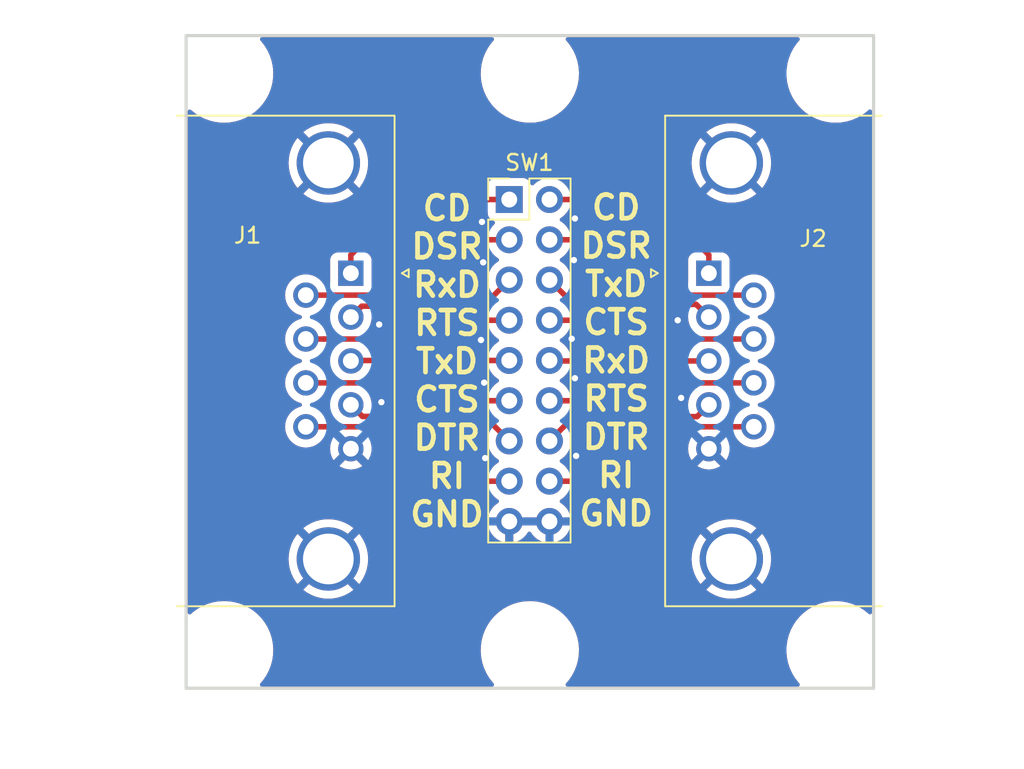
<source format=kicad_pcb>
(kicad_pcb (version 20221018) (generator pcbnew)
  (layers (0 "F.Cu" signal) (31 "B.Cu" signal) (34 "B.Paste" user) (35 "F.Paste" user) (36 "B.SilkS" user "B.Silkscreen") (37 "F.SilkS" user "F.Silkscreen") (38 "B.Mask" user) (39 "F.Mask" user) (44 "Edge.Cuts" user))
  (net 0 "")
  (net 1 "Net-(J1-Pad1)")
  (net 2 "Net-(J1-Pad6)")
  (net 3 "Net-(J1-Pad2)")
  (net 4 "Net-(J1-Pad7)")
  (net 5 "Net-(J1-Pad3)")
  (net 6 "Net-(J1-Pad8)")
  (net 7 "Net-(J1-Pad4)")
  (net 8 "Net-(J1-Pad9)")
  (net 9 "GND")
  (net 10 "Net-(J2-Pad9)")
  (net 11 "Net-(J2-Pad4)")
  (net 12 "Net-(J2-Pad8)")
  (net 13 "Net-(J2-Pad3)")
  (net 14 "Net-(J2-Pad7)")
  (net 15 "Net-(J2-Pad2)")
  (net 16 "Net-(J2-Pad6)")
  (net 17 "Net-(J2-Pad1)")
  (footprint "WiRoc:DSUB-9_Male_Horizontal_P2.77x2.84mm_Edge_Housed_MountingHolesOffset9.96mm_centered_edge_10.92mm" (layer "F.Cu") (at 130 50 -90)
    (fp_text reference "J1" (at -2.3877 6.5179) (layer "F.SilkS"))
    (fp_text value "DB9_Male_MountingHoles")
    (fp_line (start -9.945 -2.76) (end 21.025 -2.76) (stroke (width 0.12)) (layer "F.SilkS"))
    (fp_line (start -9.945 10.98) (end -9.945 -2.76) (stroke (width 0.12)) (layer "F.SilkS"))
    (fp_line (start -0.25 -3.654338) (end 0.25 -3.654338) (stroke (width 0.12)) (layer "F.SilkS"))
    (fp_line (start 0 -3.221325) (end -0.25 -3.654338) (stroke (width 0.12)) (layer "F.SilkS"))
    (fp_line (start 0.25 -3.654338) (end 0 -3.221325) (stroke (width 0.12)) (layer "F.SilkS"))
    (fp_line (start 21.025 -2.76) (end 21.025 10.98) (stroke (width 0.12)) (layer "F.SilkS"))
    (pad "0" thru_hole circle (at -6.96 1.42 270) (size 4 4) (drill 3.2) (layers "*.Cu" "*.Mask") (net 9 "GND"))
    (pad "0" thru_hole circle (at 18.04 1.42 270) (size 4 4) (drill 3.2) (layers "*.Cu" "*.Mask") (net 9 "GND"))
    (pad "1" thru_hole rect (at 0 0 270) (size 1.6 1.6) (drill 1) (layers "*.Cu" "*.Mask") (net 1 "Net-(J1-Pad1)"))
    (pad "2" thru_hole circle (at 2.77 0 270) (size 1.6 1.6) (drill 1) (layers "*.Cu" "*.Mask") (net 3 "Net-(J1-Pad2)"))
    (pad "3" thru_hole circle (at 5.54 0 270) (size 1.6 1.6) (drill 1) (layers "*.Cu" "*.Mask") (net 5 "Net-(J1-Pad3)"))
    (pad "4" thru_hole circle (at 8.31 0 270) (size 1.6 1.6) (drill 1) (layers "*.Cu" "*.Mask") (net 7 "Net-(J1-Pad4)"))
    (pad "5" thru_hole circle (at 11.08 0 270) (size 1.6 1.6) (drill 1) (layers "*.Cu" "*.Mask") (net 9 "GND"))
    (pad "6" thru_hole circle (at 1.385 2.84 270) (size 1.6 1.6) (drill 1) (layers "*.Cu" "*.Mask") (net 2 "Net-(J1-Pad6)"))
    (pad "7" thru_hole circle (at 4.155 2.84 270) (size 1.6 1.6) (drill 1) (layers "*.Cu" "*.Mask") (net 4 "Net-(J1-Pad7)"))
    (pad "8" thru_hole circle (at 6.925 2.84 270) (size 1.6 1.6) (drill 1) (layers "*.Cu" "*.Mask") (net 6 "Net-(J1-Pad8)"))
    (pad "9" thru_hole circle (at 9.695 2.84 270) (size 1.6 1.6) (drill 1) (layers "*.Cu" "*.Mask") (net 8 "Net-(J1-Pad9)"))
  )
  (footprint "WiRoc:DSUB-9_Female_Horizontal_P2.77x2.84mm_Edge_offset6.96mm_centered_Edge8.08mm" (layer "F.Cu") (at 152.6 50 90)
    (fp_text reference "J2" (at 2.1845 6.5818 180) (layer "F.SilkS"))
    (fp_text value "DB9_Female_MountingHoles")
    (fp_line (start -21.025 -2.76) (end 9.945 -2.76) (stroke (width 0.12)) (layer "F.SilkS"))
    (fp_line (start -21.025 10.92) (end -21.025 -2.76) (stroke (width 0.12)) (layer "F.SilkS"))
    (fp_line (start -0.25 -3.654338) (end 0.25 -3.654338) (stroke (width 0.12)) (layer "F.SilkS"))
    (fp_line (start 0 -3.221325) (end -0.25 -3.654338) (stroke (width 0.12)) (layer "F.SilkS"))
    (fp_line (start 0.25 -3.654338) (end 0 -3.221325) (stroke (width 0.12)) (layer "F.SilkS"))
    (fp_line (start 9.945 -2.76) (end 9.945 10.92) (stroke (width 0.12)) (layer "F.SilkS"))
    (pad "0" thru_hole circle (at -18.04 1.42 90) (size 4 4) (drill 3.2) (layers "*.Cu" "*.Mask") (net 9 "GND"))
    (pad "0" thru_hole circle (at 6.96 1.42 90) (size 4 4) (drill 3.2) (layers "*.Cu" "*.Mask") (net 9 "GND"))
    (pad "1" thru_hole rect (at 0 0 90) (size 1.6 1.6) (drill 1) (layers "*.Cu" "*.Mask") (net 17 "Net-(J2-Pad1)"))
    (pad "2" thru_hole circle (at -2.77 0 90) (size 1.6 1.6) (drill 1) (layers "*.Cu" "*.Mask") (net 15 "Net-(J2-Pad2)"))
    (pad "3" thru_hole circle (at -5.54 0 90) (size 1.6 1.6) (drill 1) (layers "*.Cu" "*.Mask") (net 13 "Net-(J2-Pad3)"))
    (pad "4" thru_hole circle (at -8.31 0 90) (size 1.6 1.6) (drill 1) (layers "*.Cu" "*.Mask") (net 11 "Net-(J2-Pad4)"))
    (pad "5" thru_hole circle (at -11.08 0 90) (size 1.6 1.6) (drill 1) (layers "*.Cu" "*.Mask") (net 9 "GND"))
    (pad "6" thru_hole circle (at -1.385 2.84 90) (size 1.6 1.6) (drill 1) (layers "*.Cu" "*.Mask") (net 16 "Net-(J2-Pad6)"))
    (pad "7" thru_hole circle (at -4.155 2.84 90) (size 1.6 1.6) (drill 1) (layers "*.Cu" "*.Mask") (net 14 "Net-(J2-Pad7)"))
    (pad "8" thru_hole circle (at -6.925 2.84 90) (size 1.6 1.6) (drill 1) (layers "*.Cu" "*.Mask") (net 12 "Net-(J2-Pad8)"))
    (pad "9" thru_hole circle (at -9.695 2.84 90) (size 1.6 1.6) (drill 1) (layers "*.Cu" "*.Mask") (net 10 "Net-(J2-Pad9)"))
  )
  (footprint "WiRoc:PinHeader_Serial_Blocker" (layer "F.Cu") (at 140 45.35)
    (fp_text reference "SW1" (at 1.27 -2.33) (layer "F.SilkS"))
    (fp_text value "SW_DIP_x09")
    (fp_line (start -1.33 -1.33) (end 0 -1.33) (stroke (width 0.12)) (layer "F.SilkS"))
    (fp_line (start -1.33 0) (end -1.33 -1.33) (stroke (width 0.12)) (layer "F.SilkS"))
    (fp_line (start -1.33 1.27) (end -1.33 21.65) (stroke (width 0.12)) (layer "F.SilkS"))
    (fp_line (start -1.33 1.27) (end 1.27 1.27) (stroke (width 0.12)) (layer "F.SilkS"))
    (fp_line (start -1.33 21.65) (end 3.87 21.65) (stroke (width 0.12)) (layer "F.SilkS"))
    (fp_line (start 1.27 -1.33) (end 3.87 -1.33) (stroke (width 0.12)) (layer "F.SilkS"))
    (fp_line (start 1.27 1.27) (end 1.27 -1.33) (stroke (width 0.12)) (layer "F.SilkS"))
    (fp_line (start 3.87 -1.33) (end 3.87 21.65) (stroke (width 0.12)) (layer "F.SilkS"))
    (pad "1" thru_hole rect (at 0 0) (size 1.7 1.7) (drill 1) (layers "*.Cu" "*.Mask") (net 1 "Net-(J1-Pad1)"))
    (pad "2" thru_hole oval (at 0 2.54) (size 1.7 1.7) (drill 1) (layers "*.Cu" "*.Mask") (net 2 "Net-(J1-Pad6)"))
    (pad "3" thru_hole oval (at 0 5.08) (size 1.7 1.7) (drill 1) (layers "*.Cu" "*.Mask") (net 3 "Net-(J1-Pad2)"))
    (pad "4" thru_hole oval (at 0 7.62) (size 1.7 1.7) (drill 1) (layers "*.Cu" "*.Mask") (net 4 "Net-(J1-Pad7)"))
    (pad "5" thru_hole oval (at 0 10.16) (size 1.7 1.7) (drill 1) (layers "*.Cu" "*.Mask") (net 5 "Net-(J1-Pad3)"))
    (pad "6" thru_hole oval (at 0 12.7) (size 1.7 1.7) (drill 1) (layers "*.Cu" "*.Mask") (net 6 "Net-(J1-Pad8)"))
    (pad "7" thru_hole oval (at 0 15.24) (size 1.7 1.7) (drill 1) (layers "*.Cu" "*.Mask") (net 7 "Net-(J1-Pad4)"))
    (pad "8" thru_hole oval (at 0 17.78) (size 1.7 1.7) (drill 1) (layers "*.Cu" "*.Mask") (net 8 "Net-(J1-Pad9)"))
    (pad "9" thru_hole oval (at 0 20.32) (size 1.7 1.7) (drill 1) (layers "*.Cu" "*.Mask") (net 9 "GND"))
    (pad "10" thru_hole oval (at 2.54 20.32) (size 1.7 1.7) (drill 1) (layers "*.Cu" "*.Mask") (net 9 "GND"))
    (pad "11" thru_hole oval (at 2.54 17.78) (size 1.7 1.7) (drill 1) (layers "*.Cu" "*.Mask") (net 10 "Net-(J2-Pad9)"))
    (pad "12" thru_hole oval (at 2.54 15.24) (size 1.7 1.7) (drill 1) (layers "*.Cu" "*.Mask") (net 11 "Net-(J2-Pad4)"))
    (pad "13" thru_hole oval (at 2.54 12.7) (size 1.7 1.7) (drill 1) (layers "*.Cu" "*.Mask") (net 12 "Net-(J2-Pad8)"))
    (pad "14" thru_hole oval (at 2.54 10.16) (size 1.7 1.7) (drill 1) (layers "*.Cu" "*.Mask") (net 13 "Net-(J2-Pad3)"))
    (pad "15" thru_hole oval (at 2.54 7.62) (size 1.7 1.7) (drill 1) (layers "*.Cu" "*.Mask") (net 14 "Net-(J2-Pad7)"))
    (pad "16" thru_hole oval (at 2.54 5.08) (size 1.7 1.7) (drill 1) (layers "*.Cu" "*.Mask") (net 15 "Net-(J2-Pad2)"))
    (pad "17" thru_hole oval (at 2.54 2.54) (size 1.7 1.7) (drill 1) (layers "*.Cu" "*.Mask") (net 16 "Net-(J2-Pad6)"))
    (pad "18" thru_hole oval (at 2.54 0) (size 1.7 1.7) (drill 1) (layers "*.Cu" "*.Mask") (net 17 "Net-(J2-Pad1)"))
  )
  (footprint "MountingHole:MountingHole_2.2mm_M2" (layer "F.Cu") (at 122 37.4)
    (fp_text reference "REF**" hide)
    (fp_text value "MountingHole_2.2mm_M2")
    (pad "" np_thru_hole circle (at 0 0) (size 2.2 2.2) (drill 2.2) (layers "*.Cu" "*.Mask"))
  )
  (footprint "MountingHole:MountingHole_2.2mm_M2" (layer "F.Cu") (at 160.6 37.4)
    (fp_text reference "REF**" hide)
    (fp_text value "MountingHole_2.2mm_M2")
    (pad "" np_thru_hole circle locked (at 0 0) (size 2.2 2.2) (drill 2.2) (layers "*.Cu" "*.Mask"))
  )
  (footprint "MountingHole:MountingHole_2.2mm_M2" (layer "F.Cu") (at 160.6 73.8)
    (fp_text reference "REF**" hide)
    (fp_text value "MountingHole_2.2mm_M2")
    (pad "" np_thru_hole circle locked (at 0 0) (size 2.2 2.2) (drill 2.2) (layers "*.Cu" "*.Mask"))
  )
  (footprint "MountingHole:MountingHole_2.2mm_M2" (layer "F.Cu") (at 122 73.8)
    (fp_text reference "REF**" hide)
    (fp_text value "MountingHole_2.2mm_M2")
    (pad "" np_thru_hole circle locked (at 0 0) (size 2.2 2.2) (drill 2.2) (layers "*.Cu" "*.Mask"))
  )
  (footprint "MountingHole:MountingHole_2.2mm_M2" (layer "F.Cu") (at 141.3 73.8)
    (fp_text reference "REF**" hide)
    (fp_text value "MountingHole_2.2mm_M2")
    (pad "" np_thru_hole circle locked (at 0 0) (size 2.2 2.2) (drill 2.2) (layers "*.Cu" "*.Mask"))
  )
  (footprint "MountingHole:MountingHole_2.2mm_M2" (layer "F.Cu") (at 141.3 37.4)
    (fp_text reference "REF**" hide)
    (fp_text value "MountingHole_2.2mm_M2")
    (pad "" np_thru_hole circle (at 0 0) (size 2.2 2.2) (drill 2.2) (layers "*.Cu" "*.Mask"))
  )
  (gr_line (start 163 76.2) (end 119.6 76.2) (stroke (width 0.2)) (layer "Edge.Cuts"))
  (gr_line (start 163 35) (end 163 76.2) (stroke (width 0.2)) (layer "Edge.Cuts"))
  (gr_line (start 119.6 35) (end 163 35) (stroke (width 0.2)) (layer "Edge.Cuts"))
  (gr_line (start 119.6 76.2) (end 119.6 35) (stroke (width 0.2)) (layer "Edge.Cuts"))
  (gr_text "CD\nDSR\nTxD\nCTS\nRxD\nRTS\nDTR\nRI\nGND" (at 146.7485 55.5117) (layer "F.SilkS") (effects (font (size 1.5 1.5) (thickness 0.3))))
  (gr_text "CD\nDSR\nRxD\nRTS\nTxD\nCTS\nDTR\nRI\nGND" (at 136.0678 55.5625) (layer "F.SilkS") (effects (font (size 1.5 1.5) (thickness 0.3))))
  (segment (start 133.5 45.35) (end 130 48.85) (width 0.35) (layer "F.Cu") (net 1))
  (segment (start 130 48.85) (end 130 50) (width 0.35) (layer "F.Cu") (net 1))
  (segment (start 140 45.35) (end 133.5 45.35) (width 0.35) (layer "F.Cu") (net 1))
  (segment (start 132.4602 51.385) (end 127.16 51.385) (width 0.35) (layer "F.Cu") (net 2))
  (segment (start 135.9552 47.89) (end 132.4602 51.385) (width 0.35) (layer "F.Cu") (net 2))
  (segment (start 140 47.89) (end 135.9552 47.89) (width 0.35) (layer "F.Cu") (net 2))
  (segment (start 130.6873 52.0827) (end 130 52.77) (width 0.35) (layer "F.Cu") (net 3))
  (segment (start 138.3473 52.0827) (end 130.6873 52.0827) (width 0.35) (layer "F.Cu") (net 3))
  (segment (start 140 50.43) (end 138.3473 52.0827) (width 0.35) (layer "F.Cu") (net 3))
  (segment (start 140 52.97) (end 138.0507 52.97) (width 0.35) (layer "F.Cu") (net 4))
  (segment (start 138.0507 52.97) (end 136.8657 54.155) (width 0.35) (layer "F.Cu") (net 4))
  (segment (start 136.8657 54.155) (end 128.29137 54.155) (width 0.35) (layer "F.Cu") (net 4))
  (segment (start 128.29137 54.155) (end 127.16 54.155) (width 0.35) (layer "F.Cu") (net 4))
  (segment (start 130.03 55.51) (end 130 55.54) (width 0.35) (layer "F.Cu") (net 5))
  (segment (start 140 55.51) (end 130.03 55.51) (width 0.35) (layer "F.Cu") (net 5))
  (segment (start 140 58.05) (end 137.7679 58.05) (width 0.35) (layer "F.Cu") (net 6))
  (segment (start 137.7679 58.05) (end 136.6429 56.925) (width 0.35) (layer "F.Cu") (net 6))
  (segment (start 136.6429 56.925) (end 127.16 56.925) (width 0.35) (layer "F.Cu") (net 6))
  (segment (start 130.7323 59.0423) (end 130 58.31) (width 0.35) (layer "F.Cu") (net 7))
  (segment (start 138.4523 59.0423) (end 130.7323 59.0423) (width 0.35) (layer "F.Cu") (net 7))
  (segment (start 140 60.59) (end 138.4523 59.0423) (width 0.35) (layer "F.Cu") (net 7))
  (segment (start 134.9739 63.13) (end 131.5389 59.695) (width 0.35) (layer "F.Cu") (net 8))
  (segment (start 131.5389 59.695) (end 128.29137 59.695) (width 0.35) (layer "F.Cu") (net 8))
  (segment (start 128.29137 59.695) (end 127.16 59.695) (width 0.35) (layer "F.Cu") (net 8))
  (segment (start 140 63.13) (end 134.9739 63.13) (width 0.35) (layer "F.Cu") (net 8))
  (via (at 144.0815 49.1744) (size 0.8) (drill 0.4) (layers "F.Cu" "B.Cu") (net 9))
  (via (at 138.3538 49.3141) (size 0.8) (drill 0.4) (layers "F.Cu" "B.Cu") (net 9))
  (via (at 150.6347 52.9717) (size 0.8) (drill 0.4) (layers "F.Cu" "B.Cu") (net 9))
  (via (at 131.9276 58.1406) (size 0.8) (drill 0.4) (layers "F.Cu" "B.Cu") (net 9))
  (via (at 144.145 46.5455) (size 0.8) (drill 0.4) (layers "F.Cu" "B.Cu") (net 9))
  (via (at 150.8506 57.8739) (size 0.8) (drill 0.4) (layers "F.Cu" "B.Cu") (net 9))
  (via (at 144.2212 61.5315) (size 0.8) (drill 0.4) (layers "F.Cu" "B.Cu") (net 9))
  (via (at 143.9418 54.1401) (size 0.8) (drill 0.4) (layers "F.Cu" "B.Cu") (net 9))
  (via (at 138.2141 54.2163) (size 0.8) (drill 0.4) (layers "F.Cu" "B.Cu") (net 9))
  (via (at 138.4808 61.6712) (size 0.8) (drill 0.4) (layers "F.Cu" "B.Cu") (net 9))
  (via (at 138.2776 46.7614) (size 0.8) (drill 0.4) (layers "F.Cu" "B.Cu") (net 9))
  (via (at 138.4173 56.9087) (size 0.8) (drill 0.4) (layers "F.Cu" "B.Cu") (net 9))
  (via (at 131.7879 53.2384) (size 0.8) (drill 0.4) (layers "F.Cu" "B.Cu") (net 9))
  (via (at 144.145 56.6293) (size 0.8) (drill 0.4) (layers "F.Cu" "B.Cu") (net 9))
  (segment (start 150.9218 59.695) (end 147.4868 63.13) (width 0.35) (layer "F.Cu") (net 10))
  (segment (start 147.4868 63.13) (end 142.54 63.13) (width 0.35) (layer "F.Cu") (net 10))
  (segment (start 155.44 59.695) (end 150.9218 59.695) (width 0.35) (layer "F.Cu") (net 10))
  (segment (start 152.6 58.31) (end 151.855 59.055) (width 0.35) (layer "F.Cu") (net 11))
  (segment (start 151.855 59.055) (end 144.075 59.055) (width 0.35) (layer "F.Cu") (net 11))
  (segment (start 144.075 59.055) (end 142.54 60.59) (width 0.35) (layer "F.Cu") (net 11))
  (segment (start 155.44 56.925) (end 145.894 56.925) (width 0.35) (layer "F.Cu") (net 12))
  (segment (start 144.7673 58.0517) (end 142.5417 58.0517) (width 0.35) (layer "F.Cu") (net 12))
  (segment (start 145.894 56.925) (end 144.7673 58.0517) (width 0.35) (layer "F.Cu") (net 12))
  (segment (start 142.5417 58.0517) (end 142.54 58.05) (width 0.35) (layer "F.Cu") (net 12))
  (segment (start 142.57 55.54) (end 142.54 55.51) (width 0.35) (layer "F.Cu") (net 13))
  (segment (start 152.6 55.54) (end 142.57 55.54) (width 0.35) (layer "F.Cu") (net 13))
  (segment (start 154.30863 54.155) (end 155.44 54.155) (width 0.35) (layer "F.Cu") (net 14))
  (segment (start 145.9506 54.155) (end 154.30863 54.155) (width 0.35) (layer "F.Cu") (net 14))
  (segment (start 142.54 52.97) (end 144.7656 52.97) (width 0.35) (layer "F.Cu") (net 14))
  (segment (start 144.7656 52.97) (end 145.9506 54.155) (width 0.35) (layer "F.Cu") (net 14))
  (segment (start 151.800001 51.970001) (end 144.080001 51.970001) (width 0.35) (layer "F.Cu") (net 15))
  (segment (start 143.389999 51.279999) (end 142.54 50.43) (width 0.35) (layer "F.Cu") (net 15))
  (segment (start 144.080001 51.970001) (end 143.389999 51.279999) (width 0.35) (layer "F.Cu") (net 15))
  (segment (start 152.6 52.77) (end 151.800001 51.970001) (width 0.35) (layer "F.Cu") (net 15))
  (segment (start 150.8006 51.385) (end 147.3056 47.89) (width 0.35) (layer "F.Cu") (net 16))
  (segment (start 155.44 51.385) (end 150.8006 51.385) (width 0.35) (layer "F.Cu") (net 16))
  (segment (start 147.3056 47.89) (end 142.54 47.89) (width 0.35) (layer "F.Cu") (net 16))
  (segment (start 142.54 45.35) (end 149.1 45.35) (width 0.35) (layer "F.Cu") (net 17))
  (segment (start 152.6 48.85) (end 152.6 50) (width 0.35) (layer "F.Cu") (net 17))
  (segment (start 149.1 45.35) (end 152.6 48.85) (width 0.35) (layer "F.Cu") (net 17))
  (zone (net 9) (net_name "GND") (layer "F.Cu") (connect_pads (clearance 0.508)) (min_thickness 0.254) (fill yes (thermal_gap 0.508) (thermal_bridge_width 0.508))
    (polygon (pts (xy 118.6053 33.9979) (xy 164.0078 34.0487) (xy 164.1094 78.1431) (xy 118.364 78.7527)))
  )
  (zone (net 9) (net_name "GND") (layer "B.Cu") (connect_pads (clearance 0.508)) (min_thickness 0.254) (fill yes (thermal_gap 0.508) (thermal_bridge_width 0.508))
    (polygon (pts (xy 117.5639 32.7533) (xy 165.227 32.7533) (xy 166.37 79.5274) (xy 116.5606 81.2927)))
  )
)
</source>
